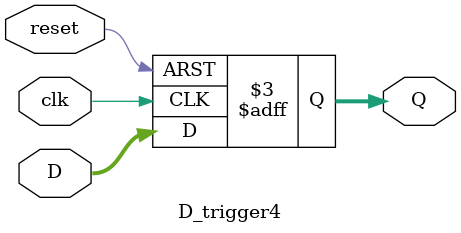
<source format=v>
module D_trigger4(clk,reset,D,Q);
input clk,reset;
input [3:0] D;
output reg [3:0] Q;

always@(posedge clk or negedge reset) begin
  if(~reset) begin
    Q <= 4'b0;
  end
  else begin 
    Q <= D;
  end
end

endmodule
</source>
